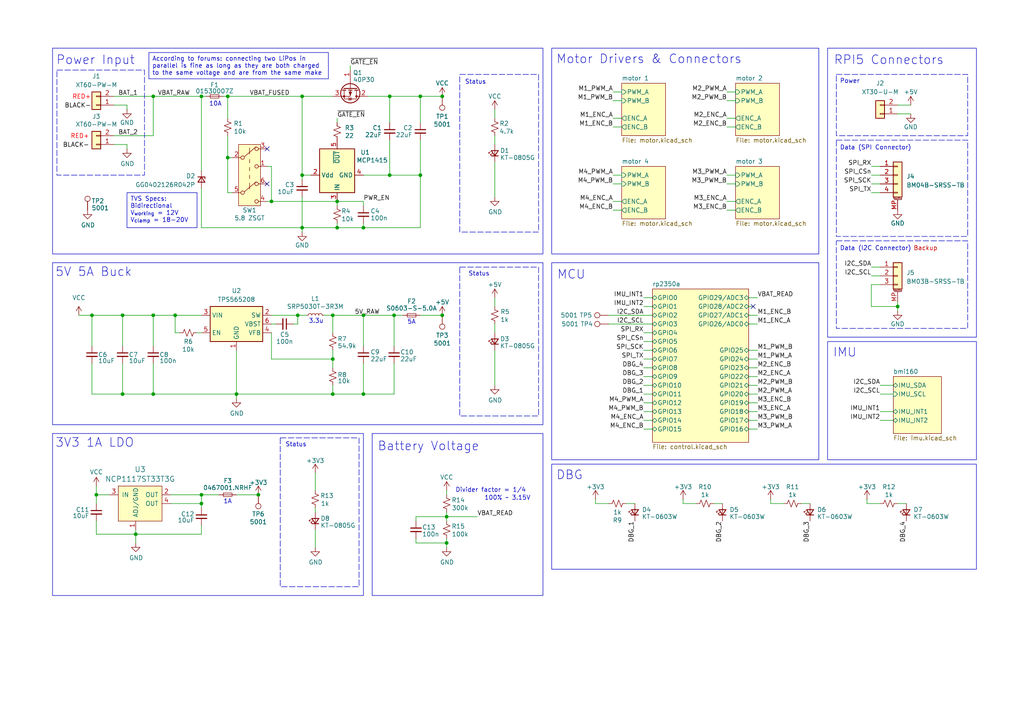
<source format=kicad_sch>
(kicad_sch (version 20231120) (generator "eeschema") (generator_version "8.0")
  (paper "A4")
  (title_block (date "15 nov 2012"))
  (junction (at 105.41 91.44))
  (junction (at 35.56 91.44))
  (junction (at 121.92 50.8))
  (junction (at 50.8 91.44))
  (junction (at 39.37 154.94))
  (junction (at 97.79 66.04))
  (junction (at 128.27 27.94))
  (junction (at 35.56 114.3))
  (junction (at 58.42 27.94))
  (junction (at 66.04 27.94))
  (junction (at 105.41 114.3))
  (junction (at 44.45 114.3))
  (junction (at 121.92 27.94))
  (junction (at 74.93 143.51))
  (junction (at 68.58 114.3))
  (junction (at 44.45 91.44))
  (junction (at 129.54 149.86))
  (junction (at 260.35 88.9))
  (junction (at 58.42 146.05))
  (junction (at 87.63 50.8))
  (junction (at 113.03 27.94))
  (junction (at 96.52 104.14))
  (junction (at 78.74 58.42))
  (junction (at 114.3 91.44))
  (junction (at 58.42 143.51))
  (junction (at 129.54 157.48))
  (junction (at 27.94 143.51))
  (junction (at 66.04 45.72))
  (junction (at 128.27 91.44))
  (junction (at 96.52 114.3))
  (junction (at 26.67 91.44))
  (junction (at 105.41 66.04))
  (junction (at 87.63 66.04))
  (junction (at 96.52 91.44))
  (junction (at 44.45 27.94))
  (junction (at 86.36 91.44))
  (junction (at 113.03 50.8))
  (junction (at 87.63 27.94))
  (junction (at 97.79 58.42))
  (no_connect (at 77.47 53.34))
  (no_connect (at 77.47 43.18))
  (no_connect (at 218.44 88.9))
  (wire (pts (xy 68.58 143.51) (xy 74.93 143.51)))
  (wire (pts (xy 186.69 104.14) (xy 189.23 104.14)))
  (wire (pts (xy 87.63 50.8) (xy 87.63 52.07)))
  (wire (pts (xy 36.83 31.75) (xy 36.83 30.48)))
  (wire (pts (xy 252.73 82.55) (xy 252.73 88.9)))
  (wire (pts (xy 186.69 116.84) (xy 189.23 116.84)))
  (wire (pts (xy 255.27 114.3) (xy 259.08 114.3)))
  (wire (pts (xy 217.17 93.98) (xy 219.71 93.98)))
  (wire (pts (xy 186.69 86.36) (xy 189.23 86.36)))
  (wire (pts (xy 36.83 30.48) (xy 33.02 30.48)))
  (wire (pts (xy 176.53 93.98) (xy 189.23 93.98)))
  (wire (pts (xy 255.27 119.38) (xy 259.08 119.38)))
  (wire (pts (xy 27.94 140.97) (xy 27.94 143.51)))
  (wire (pts (xy 39.37 154.94) (xy 39.37 157.48)))
  (wire (pts (xy 217.17 104.14) (xy 219.71 104.14)))
  (wire (pts (xy 58.42 143.51) (xy 63.5 143.51)))
  (wire (pts (xy 58.42 146.05) (xy 58.42 147.32)))
  (wire (pts (xy 252.73 82.55) (xy 255.27 82.55)))
  (wire (pts (xy 58.42 152.4) (xy 58.42 154.94)))
  (wire (pts (xy 67.31 45.72) (xy 66.04 45.72)))
  (wire (pts (xy 113.03 40.64) (xy 113.03 50.8)))
  (wire (pts (xy 78.74 104.14) (xy 78.74 96.52)))
  (wire (pts (xy 252.73 77.47) (xy 255.27 77.47)))
  (wire (pts (xy 78.74 91.44) (xy 86.36 91.44)))
  (wire (pts (xy 177.8 60.96) (xy 180.34 60.96)))
  (wire (pts (xy 186.69 111.76) (xy 189.23 111.76)))
  (wire (pts (xy 39.37 154.94) (xy 39.37 153.67)))
  (wire (pts (xy 105.41 91.44) (xy 114.3 91.44)))
  (wire (pts (xy 105.41 50.8) (xy 113.03 50.8)))
  (wire (pts (xy 93.98 91.44) (xy 96.52 91.44)))
  (wire (pts (xy 186.69 88.9) (xy 189.23 88.9)))
  (wire (pts (xy 129.54 157.48) (xy 129.54 158.75)))
  (wire (pts (xy 27.94 154.94) (xy 27.94 151.13)))
  (wire (pts (xy 252.73 55.88) (xy 255.27 55.88)))
  (wire (pts (xy 97.79 34.29) (xy 97.79 35.56)))
  (wire (pts (xy 87.63 66.04) (xy 87.63 67.31)))
  (wire (pts (xy 210.82 34.29) (xy 213.36 34.29)))
  (wire (pts (xy 58.42 54.61) (xy 58.42 66.04)))
  (wire (pts (xy 186.69 106.68) (xy 189.23 106.68)))
  (wire (pts (xy 90.17 50.8) (xy 87.63 50.8)))
  (wire (pts (xy 35.56 91.44) (xy 44.45 91.44)))
  (wire (pts (xy 252.73 80.01) (xy 255.27 80.01)))
  (wire (pts (xy 44.45 105.41) (xy 44.45 114.3)))
  (wire (pts (xy 26.67 105.41) (xy 26.67 114.3)))
  (wire (pts (xy 217.17 111.76) (xy 219.71 111.76)))
  (wire (pts (xy 143.51 31.75) (xy 143.51 34.29)))
  (wire (pts (xy 120.65 149.86) (xy 129.54 149.86)))
  (wire (pts (xy 86.36 91.44) (xy 88.9 91.44)))
  (wire (pts (xy 172.72 146.05) (xy 176.53 146.05)))
  (wire (pts (xy 210.82 36.83) (xy 213.36 36.83)))
  (wire (pts (xy 58.42 27.94) (xy 59.69 27.94)))
  (wire (pts (xy 87.63 27.94) (xy 96.52 27.94)))
  (wire (pts (xy 113.03 27.94) (xy 113.03 35.56)))
  (wire (pts (xy 78.74 104.14) (xy 96.52 104.14)))
  (wire (pts (xy 96.52 111.76) (xy 96.52 114.3)))
  (wire (pts (xy 27.94 143.51) (xy 31.75 143.51)))
  (wire (pts (xy 49.53 143.51) (xy 58.42 143.51)))
  (wire (pts (xy 120.65 157.48) (xy 129.54 157.48)))
  (wire (pts (xy 96.52 91.44) (xy 96.52 96.52)))
  (wire (pts (xy 217.17 106.68) (xy 219.71 106.68)))
  (wire (pts (xy 260.35 146.05) (xy 262.89 146.05)))
  (wire (pts (xy 78.74 48.26) (xy 78.74 58.42)))
  (wire (pts (xy 113.03 27.94) (xy 121.92 27.94)))
  (wire (pts (xy 121.92 40.64) (xy 121.92 50.8)))
  (wire (pts (xy 22.86 91.44) (xy 26.67 91.44)))
  (wire (pts (xy 68.58 114.3) (xy 96.52 114.3)))
  (wire (pts (xy 207.01 146.05) (xy 209.55 146.05)))
  (wire (pts (xy 121.92 91.44) (xy 128.27 91.44)))
  (wire (pts (xy 210.82 50.8) (xy 213.36 50.8)))
  (wire (pts (xy 35.56 114.3) (xy 44.45 114.3)))
  (wire (pts (xy 177.8 29.21) (xy 180.34 29.21)))
  (wire (pts (xy 260.35 90.17) (xy 260.35 88.9)))
  (wire (pts (xy 217.17 116.84) (xy 219.71 116.84)))
  (wire (pts (xy 223.52 146.05) (xy 223.52 144.78)))
  (wire (pts (xy 177.8 58.42) (xy 180.34 58.42)))
  (wire (pts (xy 87.63 66.04) (xy 97.79 66.04)))
  (wire (pts (xy 210.82 58.42) (xy 213.36 58.42)))
  (wire (pts (xy 114.3 114.3) (xy 105.41 114.3)))
  (wire (pts (xy 121.92 27.94) (xy 121.92 35.56)))
  (wire (pts (xy 106.68 27.94) (xy 113.03 27.94)))
  (wire (pts (xy 44.45 114.3) (xy 68.58 114.3)))
  (wire (pts (xy 27.94 146.05) (xy 27.94 143.51)))
  (wire (pts (xy 36.83 41.91) (xy 36.83 43.18)))
  (wire (pts (xy 114.3 91.44) (xy 114.3 100.33)))
  (wire (pts (xy 177.8 36.83) (xy 180.34 36.83)))
  (wire (pts (xy 57.15 96.52) (xy 58.42 96.52)))
  (wire (pts (xy 101.6 19.05) (xy 101.6 20.32)))
  (wire (pts (xy 105.41 105.41) (xy 105.41 114.3)))
  (wire (pts (xy 68.58 114.3) (xy 68.58 101.6)))
  (wire (pts (xy 66.04 27.94) (xy 66.04 34.29)))
  (wire (pts (xy 120.65 156.21) (xy 120.65 157.48)))
  (wire (pts (xy 129.54 149.86) (xy 129.54 151.13)))
  (wire (pts (xy 66.04 27.94) (xy 87.63 27.94)))
  (wire (pts (xy 44.45 91.44) (xy 50.8 91.44)))
  (wire (pts (xy 217.17 86.36) (xy 219.71 86.36)))
  (wire (pts (xy 186.69 96.52) (xy 189.23 96.52)))
  (wire (pts (xy 26.67 100.33) (xy 26.67 91.44)))
  (wire (pts (xy 210.82 60.96) (xy 213.36 60.96)))
  (wire (pts (xy 232.41 146.05) (xy 234.95 146.05)))
  (wire (pts (xy 186.69 109.22) (xy 189.23 109.22)))
  (wire (pts (xy 217.17 101.6) (xy 219.71 101.6)))
  (wire (pts (xy 186.69 124.46) (xy 189.23 124.46)))
  (wire (pts (xy 252.73 50.8) (xy 255.27 50.8)))
  (wire (pts (xy 64.77 27.94) (xy 66.04 27.94)))
  (wire (pts (xy 260.35 88.9) (xy 260.35 87.63)))
  (wire (pts (xy 33.02 39.37) (xy 44.45 39.37)))
  (wire (pts (xy 255.27 121.92) (xy 259.08 121.92)))
  (wire (pts (xy 120.65 149.86) (xy 120.65 151.13)))
  (wire (pts (xy 129.54 149.86) (xy 138.43 149.86)))
  (wire (pts (xy 121.92 50.8) (xy 121.92 66.04)))
  (wire (pts (xy 217.17 109.22) (xy 219.71 109.22)))
  (wire (pts (xy 86.36 91.44) (xy 86.36 93.98)))
  (wire (pts (xy 143.51 39.37) (xy 143.51 41.91)))
  (wire (pts (xy 97.79 66.04) (xy 105.41 66.04)))
  (wire (pts (xy 97.79 64.77) (xy 97.79 66.04)))
  (wire (pts (xy 105.41 58.42) (xy 105.41 59.69)))
  (wire (pts (xy 217.17 124.46) (xy 219.71 124.46)))
  (wire (pts (xy 129.54 148.59) (xy 129.54 149.86)))
  (wire (pts (xy 91.44 153.67) (xy 91.44 158.75)))
  (wire (pts (xy 121.92 27.94) (xy 128.27 27.94)))
  (wire (pts (xy 198.12 144.78) (xy 198.12 146.05)))
  (wire (pts (xy 36.83 41.91) (xy 33.02 41.91)))
  (wire (pts (xy 27.94 154.94) (xy 39.37 154.94)))
  (wire (pts (xy 105.41 100.33) (xy 105.41 91.44)))
  (wire (pts (xy 129.54 156.21) (xy 129.54 157.48)))
  (wire (pts (xy 129.54 142.24) (xy 129.54 143.51)))
  (wire (pts (xy 26.67 114.3) (xy 35.56 114.3)))
  (wire (pts (xy 35.56 100.33) (xy 35.56 91.44)))
  (wire (pts (xy 105.41 64.77) (xy 105.41 66.04)))
  (wire (pts (xy 210.82 53.34) (xy 213.36 53.34)))
  (wire (pts (xy 255.27 111.76) (xy 259.08 111.76)))
  (wire (pts (xy 58.42 143.51) (xy 58.42 146.05)))
  (wire (pts (xy 217.17 119.38) (xy 219.71 119.38)))
  (wire (pts (xy 66.04 45.72) (xy 66.04 55.88)))
  (wire (pts (xy 186.69 114.3) (xy 189.23 114.3)))
  (wire (pts (xy 217.17 88.9) (xy 218.44 88.9)))
  (wire (pts (xy 97.79 58.42) (xy 105.41 58.42)))
  (wire (pts (xy 260.35 30.48) (xy 264.16 30.48)))
  (wire (pts (xy 105.41 66.04) (xy 121.92 66.04)))
  (wire (pts (xy 66.04 39.37) (xy 66.04 45.72)))
  (wire (pts (xy 177.8 50.8) (xy 180.34 50.8)))
  (wire (pts (xy 176.53 91.44) (xy 189.23 91.44)))
  (wire (pts (xy 58.42 154.94) (xy 39.37 154.94)))
  (wire (pts (xy 186.69 101.6) (xy 189.23 101.6)))
  (wire (pts (xy 96.52 104.14) (xy 96.52 106.68)))
  (wire (pts (xy 33.02 27.94) (xy 44.45 27.94)))
  (wire (pts (xy 77.47 58.42) (xy 78.74 58.42)))
  (wire (pts (xy 252.73 53.34) (xy 255.27 53.34)))
  (wire (pts (xy 97.79 59.69) (xy 97.79 58.42)))
  (wire (pts (xy 50.8 91.44) (xy 58.42 91.44)))
  (wire (pts (xy 177.8 53.34) (xy 180.34 53.34)))
  (wire (pts (xy 177.8 34.29) (xy 180.34 34.29)))
  (wire (pts (xy 252.73 48.26) (xy 255.27 48.26)))
  (wire (pts (xy 210.82 26.67) (xy 213.36 26.67)))
  (wire (pts (xy 210.82 29.21) (xy 213.36 29.21)))
  (wire (pts (xy 217.17 121.92) (xy 219.71 121.92)))
  (wire (pts (xy 44.45 39.37) (xy 44.45 27.94)))
  (wire (pts (xy 260.35 33.02) (xy 264.16 33.02)))
  (wire (pts (xy 223.52 146.05) (xy 227.33 146.05)))
  (wire (pts (xy 177.8 26.67) (xy 180.34 26.67)))
  (wire (pts (xy 87.63 50.8) (xy 87.63 27.94)))
  (wire (pts (xy 217.17 91.44) (xy 219.71 91.44)))
  (wire (pts (xy 77.47 48.26) (xy 78.74 48.26)))
  (wire (pts (xy 113.03 50.8) (xy 121.92 50.8)))
  (wire (pts (xy 116.84 91.44) (xy 114.3 91.44)))
  (wire (pts (xy 143.51 101.6) (xy 143.51 111.76)))
  (wire (pts (xy 78.74 93.98) (xy 80.01 93.98)))
  (wire (pts (xy 251.46 146.05) (xy 255.27 146.05)))
  (wire (pts (xy 186.69 99.06) (xy 189.23 99.06)))
  (wire (pts (xy 198.12 146.05) (xy 201.93 146.05)))
  (wire (pts (xy 50.8 96.52) (xy 50.8 91.44)))
  (wire (pts (xy 91.44 147.32) (xy 91.44 148.59)))
  (wire (pts (xy 44.45 100.33) (xy 44.45 91.44)))
  (wire (pts (xy 181.61 146.05) (xy 184.15 146.05)))
  (wire (pts (xy 143.51 46.99) (xy 143.51 57.15)))
  (wire (pts (xy 78.74 58.42) (xy 97.79 58.42)))
  (wire (pts (xy 172.72 146.05) (xy 172.72 144.78)))
  (wire (pts (xy 35.56 105.41) (xy 35.56 114.3)))
  (wire (pts (xy 49.53 146.05) (xy 58.42 146.05)))
  (wire (pts (xy 91.44 137.16) (xy 91.44 142.24)))
  (wire (pts (xy 58.42 27.94) (xy 58.42 49.53)))
  (wire (pts (xy 143.51 86.36) (xy 143.51 88.9)))
  (wire (pts (xy 96.52 91.44) (xy 105.41 91.44)))
  (wire (pts (xy 252.73 88.9) (xy 260.35 88.9)))
  (wire (pts (xy 86.36 93.98) (xy 85.09 93.98)))
  (wire (pts (xy 96.52 114.3) (xy 105.41 114.3)))
  (wire (pts (xy 87.63 57.15) (xy 87.63 66.04)))
  (wire (pts (xy 143.51 93.98) (xy 143.51 96.52)))
  (wire (pts (xy 186.69 119.38) (xy 189.23 119.38)))
  (wire (pts (xy 58.42 66.04) (xy 87.63 66.04)))
  (wire (pts (xy 26.67 91.44) (xy 35.56 91.44)))
  (wire (pts (xy 114.3 105.41) (xy 114.3 114.3)))
  (wire (pts (xy 96.52 101.6) (xy 96.52 104.14)))
  (wire (pts (xy 251.46 146.05) (xy 251.46 144.78)))
  (wire (pts (xy 186.69 121.92) (xy 189.23 121.92)))
  (wire (pts (xy 68.58 115.57) (xy 68.58 114.3)))
  (wire (pts (xy 44.45 27.94) (xy 58.42 27.94)))
  (wire (pts (xy 52.07 96.52) (xy 50.8 96.52)))
  (wire (pts (xy 66.04 55.88) (xy 67.31 55.88)))
  (wire (pts (xy 217.17 114.3) (xy 219.71 114.3)))
  (rectangle (start 15.24 125.73) (end 105.41 172.72))
  (rectangle (start 242.57 21.59) (end 280.67 39.37) (stroke (width 0) (type dash)))
  (rectangle (start 133.35 77.47) (end 156.21 120.65) (stroke (width 0) (type dash)))
  (rectangle (start 15.24 76.2) (end 157.48 123.19))
  (rectangle (start 15.24 13.97) (end 157.48 73.66))
  (rectangle (start 160.02 76.2) (end 237.49 133.35))
  (rectangle (start 81.28 127) (end 104.14 170.18) (stroke (width 0) (type dash)))
  (rectangle (start 240.03 99.06) (end 283.21 133.35))
  (rectangle (start 242.57 69.85) (end 280.67 95.25) (stroke (width 0) (type dash)))
  (rectangle (start 160.02 13.97) (end 237.49 73.66))
  (rectangle (start 107.95 125.73) (end 157.48 172.72))
  (rectangle (start 133.35 21.59) (end 156.21 67.31) (stroke (width 0) (type dash)))
  (rectangle (start 242.57 40.64) (end 280.67 68.58) (stroke (width 0) (type dash)))
  (rectangle (start 240.03 13.97) (end 283.21 97.79))
  (rectangle (start 160.02 134.62) (end 283.21 165.1))
  (rectangle (start 16.51 20.32) (end 41.91 50.8) (stroke (width 0) (type dash)))
  (text_box "According to forums: connecting two LiPos in parallel is fine as long as they are both charged to the same voltage and are from the same make" (at 43.18 15.24 0) (size 52.07 7.62) (effects (font (size 1.27 1.27)) (justify left top)))
  (text_box "TVS Specs:\nBidirectional\nV_{working} = 12V\nV_{clamp} = 18-20V" (at 36.83 55.88 0) (size 20.32 10.16) (effects (font (size 1.27 1.27)) (justify left top)))
  (text "RPI5 Connectors" (at 241.808 17.526 0) (effects (font (size 2.54 2.54)) (justify left)))
  (text "IMU" (at 241.554 102.362 0) (effects (font (size 2.54 2.54)) (justify left)))
  (text "Status" (at 137.922 23.876 0) (effects (font (size 1.27 1.27))))
  (text "MCU" (at 161.544 79.756 0) (effects (font (size 2.54 2.54)) (justify left)))
  (text "Status" (at 85.852 129.032 0) (effects (font (size 1.27 1.27))))
  (text "Data (SPI Connector)" (at 243.586 42.926 0) (effects (font (size 1.27 1.27)) (justify left)))
  (text "5V 5A Buck" (at 16.002 78.994 0) (effects (font (size 2.54 2.54)) (justify left)))
  (text "BLACK-" (at 25.908 42.164 0) (effects (font (size 1.27 1.27)) (justify right)))
  (text "Divider factor = 1/4" (at 132.08 142.24 0) (effects (font (size 1.27 1.27)) (justify left)))
  (text "100% ~ 3.15V" (at 140.462 144.526 0) (effects (font (size 1.27 1.27)) (justify left)))
  (text "Status" (at 138.938 79.502 0) (effects (font (size 1.27 1.27))))
  (text "Power" (at 243.586 23.622 0) (effects (font (size 1.27 1.27)) (justify left)))
  (text "Data (I2C Connector)" (at 243.586 72.136 0) (effects (font (size 1.27 1.27)) (justify left)))
  (text "Battery Voltage" (at 109.474 129.54 0) (effects (font (size 2.54 2.54)) (justify left)))
  (text "1A" (at 66.04 145.542 0) (effects (font (size 1.27 1.27))))
  (text "Motor Drivers & Connectors" (at 161.29 17.272 0) (effects (font (size 2.54 2.54)) (justify left)))
  (text "Power Input" (at 16.256 17.526 0) (effects (font (size 2.54 2.54)) (justify left)))
  (text "DBG" (at 161.29 137.922 0) (effects (font (size 2.54 2.54)) (justify left)))
  (text "3V3 1A LDO" (at 16.002 128.524 0) (effects (font (size 2.54 2.54)) (justify left)))
  (text "10A" (at 62.484 30.226 0) (effects (font (size 1.27 1.27))))
  (text "BLACK-" (at 26.416 30.734 0) (effects (font (size 1.27 1.27)) (justify right)))
  (text "5A" (at 119.38 93.472 0) (effects (font (size 1.27 1.27))))
  (text "RED+" (at 25.908 39.624 0) (effects (font (size 1.27 1.27)) (justify right)))
  (text "Backup" (at 264.922 72.136 0) (effects (font (size 1.27 1.27)) (justify left)))
  (text "3.3u" (at 91.694 93.218 0) (effects (font (size 1.27 1.27))))
  (text "RED+" (at 26.416 28.194 0) (effects (font (size 1.27 1.27)) (justify right)))
  (label "M2_ENC_B" (at 210.82 36.83 180))
  (label "DBG_1" (at 184.15 151.13 270))
  (label "M3_PWM_B" (at 219.71 121.92 0))
  (label "DBG_1" (at 186.69 114.3 180))
  (label "M3_PWM_B" (at 210.82 53.34 180))
  (label "SPI_RX" (at 186.69 96.52 180))
  (label "M3_PWM_A" (at 210.82 50.8 180))
  (label "I2C_SCL" (at 186.69 93.98 180))
  (label "SPI_SCK" (at 186.69 101.6 180))
  (label "M2_PWM_B" (at 219.71 111.76 0))
  (label "~{GATE_EN}" (at 101.6 19.05 0))
  (label "SPI_RX" (at 252.73 48.26 180))
  (label "IMU_INT2" (at 186.69 88.9 180))
  (label "M1_PWM_A" (at 219.71 104.14 0))
  (label "M4_PWM_B" (at 177.8 53.34 180))
  (label "M3_PWM_A" (at 219.71 124.46 0))
  (label "SPI_TX" (at 186.69 104.14 180))
  (label "DBG_3" (at 186.69 109.22 180))
  (label "BAT_1" (at 34.29 27.94 0))
  (label "M2_PWM_A" (at 219.71 114.3 0))
  (label "M4_ENC_B" (at 177.8 60.96 180))
  (label "PWR_EN" (at 105.41 58.42 0))
  (label "M1_PWM_B" (at 219.71 101.6 0))
  (label "DBG_2" (at 186.69 111.76 180))
  (label "IMU_INT1" (at 186.69 86.36 180))
  (label "SPI_SCK" (at 252.73 53.34 180))
  (label "VBAT_FUSED" (at 72.39 27.94 0))
  (label "M2_PWM_B" (at 210.82 29.21 180))
  (label "M2_ENC_A" (at 210.82 34.29 180))
  (label "~{GATE_EN}" (at 97.79 34.29 0))
  (label "M3_ENC_A" (at 219.71 119.38 0))
  (label "M1_ENC_B" (at 219.71 91.44 0))
  (label "M4_PWM_A" (at 177.8 50.8 180))
  (label "VBAT_READ" (at 138.43 149.86 0))
  (label "VBAT_READ" (at 219.71 86.36 0))
  (label "M4_PWM_B" (at 186.69 119.38 180))
  (label "I2C_SCL" (at 252.73 80.01 180))
  (label "M1_ENC_A" (at 219.71 93.98 0))
  (label "I2C_SCL" (at 255.27 114.3 180))
  (label "M2_ENC_B" (at 219.71 106.68 0))
  (label "SPI_TX" (at 252.73 55.88 180))
  (label "IMU_INT2" (at 255.27 121.92 180))
  (label "VBAT_RAW" (at 45.72 27.94 0))
  (label "M4_PWM_A" (at 186.69 116.84 180))
  (label "M4_ENC_A" (at 177.8 58.42 180))
  (label "DBG_4" (at 186.69 106.68 180))
  (label "BAT_2" (at 34.29 39.37 0))
  (label "DBG_4" (at 262.89 151.13 270))
  (label "M1_ENC_B" (at 177.8 36.83 180))
  (label "I2C_SDA" (at 252.73 77.47 180))
  (label "SPI_CSn" (at 252.73 50.8 180))
  (label "M2_PWM_A" (at 210.82 26.67 180))
  (label "M1_ENC_A" (at 177.8 34.29 180))
  (label "M4_ENC_A" (at 186.69 121.92 180))
  (label "DBG_3" (at 234.95 151.13 270))
  (label "5V_RAW" (at 102.87 91.44 0))
  (label "IMU_INT1" (at 255.27 119.38 180))
  (label "M2_ENC_A" (at 219.71 109.22 0))
  (label "M3_ENC_B" (at 210.82 60.96 180))
  (label "M3_ENC_A" (at 210.82 58.42 180))
  (label "M3_ENC_B" (at 219.71 116.84 0))
  (label "I2C_SDA" (at 255.27 111.76 180))
  (label "M1_PWM_A" (at 177.8 26.67 180))
  (label "M4_ENC_B" (at 186.69 124.46 180))
  (label "DBG_2" (at 209.55 151.13 270))
  (label "M1_PWM_B" (at 177.8 29.21 180))
  (label "I2C_SDA" (at 186.69 91.44 180))
  (label "SPI_CSn" (at 186.69 99.06 180))
  (symbol (lib_id "Connector_Generic_MountingPin:Conn_01x03_MountingPin") (at 260.35 80.01 0) (unit 1)
    (property "Reference" "J5" (at 262.89 79.0955 0) (effects (justify left)))
    (property "Value" "BM03B-SRSS-TB" (at 262.89 81.6355 0) (effects (justify left)))
    (property "Footprint" "Connector_JST:JST_SH_BM03B-SRSS-TB_1x03-1MP_P1.00mm_Vertical" (effects (hide yes)))
    (property "Description" "Generic connectable mounting pin connector, single row, 01x03, script generated (kicad-library-utils/schlib/autogen/connector/)" (effects (hide yes)))
  )
  (symbol (lib_id "Connector:TestPoint") (at 128.27 27.94 180) (unit 1)
    (property "Reference" "TP1" (at 128.27 33.782 0))
    (property "Value" "5001" (at 128.27 36.068 0))
    (property "Footprint" "TestPoint:TestPoint_Keystone_5000-5004_Miniature" (effects (hide yes)))
    (property "Description" "test point" (effects (hide yes)))
  )
  (symbol (lib_id "Device:R_Small_US") (at 229.87 146.05 270) (unit 1)
    (property "Reference" "R11" (at 229.87 141.224 90))
    (property "Value" "1k" (at 229.87 143.51 90))
    (property "Footprint" "Resistor_SMD:R_0402_1005Metric" (effects (hide yes)))
    (property "Description" "Resistor, small US symbol" (effects (hide yes)))
  )
  (symbol (lib_id "Driver_FET:MCP1415") (at 97.79 50.8 90) (unit 1)
    (property "Reference" "U1" (at 105.918 44.196 90))
    (property "Value" "MCP1415" (at 107.95 46.482 90))
    (property "Footprint" "Package_TO_SOT_SMD:SOT-23-5" (effects (hide yes)))
    (property "Datasheet" "http://ww1.microchip.com/downloads/en/DeviceDoc/20002092F.pdf" (effects (hide yes)))
    (property "Description" "1.5A High speed power MOSFET driver with inverting output, SOT-23-5" (effects (hide yes)))
  )
  (symbol (lib_id "power:VCC") (at 128.27 27.94 0) (unit 1)
    (property "Reference" "#PWR01" (effects (hide yes)))
    (property "Value" "VCC" (at 128.27 24.13 0))
    (property "Description" "Power symbol creates a global label with name \"VCC\"" (effects (hide yes)))
  )
  (symbol (lib_id "Device:C_Small") (at 58.42 149.86 0) (unit 1)
    (property "Reference" "C12" (at 56.388 149.098 0) (effects (justify right)))
    (property "Value" "10uF" (at 56.388 150.876 0) (effects (justify right)))
    (property "Footprint" "Capacitor_SMD:C_0603_1608Metric" (effects (hide yes)))
    (property "Description" "Unpolarized capacitor, small symbol" (effects (hide yes)))
  )
  (symbol (lib_id "Device:Fuse_Small") (at 66.04 143.51 0) (unit 1)
    (property "Reference" "F3" (at 66.04 139.446 0))
    (property "Value" "0467001.NRHF" (at 66.04 141.478 0))
    (property "Footprint" "Fuse:Fuse_0603_1608Metric" (effects (hide yes)))
    (property "Description" "Fuse, small symbol" (effects (hide yes)))
    (property "MPN" "F0603SB5000V032TM" (effects (hide yes)))
  )
  (symbol (lib_id "Device:C_Small") (at 35.56 102.87 0) (unit 1)
    (property "Reference" "C7" (at 37.338 102.87 0) (effects (justify left)))
    (property "Value" "10uF" (at 37.338 104.648 0) (effects (justify left)))
    (property "Footprint" "Capacitor_SMD:C_0603_1608Metric" (effects (hide yes)))
    (property "Description" "Unpolarized capacitor, small symbol" (effects (hide yes)))
  )
  (symbol (lib_id "Connector:TestPoint") (at 25.4 60.96 0) (unit 1)
    (property "Reference" "TP2" (at 26.543 58.293 0) (effects (justify left)))
    (property "Value" "5001" (at 26.543 60.325 0) (effects (justify left)))
    (property "Footprint" "TestPoint:TestPoint_Keystone_5000-5004_Miniature" (effects (hide yes)))
    (property "Description" "test point" (effects (hide yes)))
  )
  (symbol (lib_id "power:+3V3") (at 91.44 137.16 0) (unit 1)
    (property "Reference" "#PWR017" (effects (hide yes)))
    (property "Value" "+3V3" (at 91.44 133.604 0))
    (property "Description" "Power symbol creates a global label with name \"+3V3\"" (effects (hide yes)))
  )
  (symbol (lib_id "Device:C_Small") (at 27.94 148.59 0) (unit 1)
    (property "Reference" "C11" (at 25.908 147.828 0) (effects (justify right)))
    (property "Value" "10uF" (at 25.908 149.606 0) (effects (justify right)))
    (property "Footprint" "Capacitor_SMD:C_0603_1608Metric" (effects (hide yes)))
    (property "Description" "Unpolarized capacitor, small symbol" (effects (hide yes)))
  )
  (symbol (lib_id "Connector:TestPoint") (at 128.27 91.44 180) (unit 1)
    (property "Reference" "TP3" (at 128.27 97.282 0))
    (property "Value" "5001" (at 128.27 99.568 0))
    (property "Footprint" "TestPoint:TestPoint_Keystone_5000-5004_Miniature" (effects (hide yes)))
    (property "Description" "test point" (effects (hide yes)))
  )
  (symbol (lib_id "power:+3V3") (at 198.12 144.78 0) (unit 1)
    (property "Reference" "#PWR021" (effects (hide yes)))
    (property "Value" "+3V3" (at 198.12 141.224 0))
    (property "Description" "Power symbol creates a global label with name \"+3V3\"" (effects (hide yes)))
  )
  (symbol (lib_id "Device:C_Small") (at 26.67 102.87 0) (unit 1)
    (property "Reference" "C6" (at 28.448 102.87 0) (effects (justify left)))
    (property "Value" "10uF" (at 28.448 104.648 0) (effects (justify left)))
    (property "Footprint" "Capacitor_SMD:C_0603_1608Metric" (effects (hide yes)))
    (property "Description" "Unpolarized capacitor, small symbol" (effects (hide yes)))
  )
  (symbol (lib_id "Device:R_Small_US") (at 257.81 146.05 270) (unit 1)
    (property "Reference" "R12" (at 257.81 141.224 90))
    (property "Value" "1k" (at 257.81 143.51 90))
    (property "Footprint" "Resistor_SMD:R_0402_1005Metric" (effects (hide yes)))
    (property "Description" "Resistor, small US symbol" (effects (hide yes)))
  )
  (symbol (lib_id "power:GND") (at 143.51 57.15 0) (unit 1)
    (property "Reference" "#PWR07" (effects (hide yes)))
    (property "Value" "GND" (at 143.6243 61.4744 0))
  )
  (symbol (lib_id "Device:C_Small") (at 87.63 54.61 0) (unit 1)
    (property "Reference" "C3" (at 85.344 53.594 0) (effects (justify right)))
    (property "Value" "10uF" (at 85.344 55.626 0) (effects (justify right)))
    (property "Footprint" "Capacitor_SMD:C_0603_1608Metric" (effects (hide yes)))
    (property "Description" "Unpolarized capacitor, small symbol" (effects (hide yes)))
  )
  (symbol (lib_id "Device:C_Small") (at 105.41 62.23 0) (unit 1)
    (property "Reference" "C4" (at 107.442 61.214 0) (effects (justify left)))
    (property "Value" "100n" (at 107.442 63.246 0) (effects (justify left)))
    (property "Footprint" "Capacitor_SMD:C_0402_1005Metric" (effects (hide yes)))
    (property "Description" "Unpolarized capacitor, small symbol" (effects (hide yes)))
  )
  (symbol (lib_id "Device:Fuse_Small") (at 62.23 27.94 0) (unit 1)
    (property "Reference" "F1" (at 62.23 24.638 0))
    (property "Value" "01530007Z" (at 62.23 26.416 0))
    (property "Footprint" "lilG_footprints:LittleFuse_01530007Z" (effects (hide yes)))
    (property "Description" "Fuse, small symbol" (effects (hide yes)))
  )
  (symbol (lib_id "Connector:TestPoint") (at 176.53 91.44 90) (unit 1)
    (property "Reference" "TP5" (at 169.926 91.44 90))
    (property "Value" "5001" (at 165.1 91.44 90))
    (property "Footprint" "TestPoint:TestPoint_Keystone_5000-5004_Miniature" (effects (hide yes)))
    (property "Description" "test point" (effects (hide yes)))
  )
  (symbol (lib_id "Device:D_Zener_Small") (at 58.42 52.07 270) (unit 1)
    (property "Reference" "D2" (at 56.642 51.054 90) (effects (justify right)))
    (property "Value" "GG0402126R042P" (at 56.642 53.594 90) (effects (justify right)))
    (property "Footprint" "Diode_SMD:D_0402_1005Metric" (effects (hide yes)))
    (property "Description" "Zener diode, small symbol" (effects (hide yes)))
  )
  (symbol (lib_id "Device:C_Small") (at 105.41 102.87 0) (unit 1)
    (property "Reference" "C9" (at 107.442 102.108 0) (effects (justify left)))
    (property "Value" "22uF" (at 107.442 104.14 0) (effects (justify left)))
    (property "Footprint" "Capacitor_SMD:C_0805_2012Metric" (effects (hide yes)))
    (property "Description" "Unpolarized capacitor, small symbol" (effects (hide yes)))
  )
  (symbol (lib_id "Device:R_Small_US") (at 143.51 91.44 180) (unit 1)
    (property "Reference" "R5" (at 147.828 90.424 0) (effects (justify left)))
    (property "Value" "1k" (at 147.574 92.71 0) (effects (justify left)))
    (property "Footprint" "Resistor_SMD:R_0402_1005Metric" (effects (hide yes)))
    (property "Description" "Resistor, small US symbol" (effects (hide yes)))
  )
  (symbol (lib_id "power:+5V") (at 143.51 86.36 0) (unit 1)
    (property "Reference" "#PWR011" (effects (hide yes)))
    (property "Value" "+5V" (at 143.51 82.55 0))
  )
  (symbol (lib_id "Device:R_Small_US") (at 66.04 36.83 0) (unit 1)
    (property "Reference" "R1" (at 69.088 35.814 0))
    (property "Value" "10k" (at 69.596 38.1 0))
    (property "Footprint" "Resistor_SMD:R_0402_1005Metric" (effects (hide yes)))
    (property "Description" "Resistor, small US symbol" (effects (hide yes)))
  )
  (symbol (lib_id "power:VCC") (at 22.86 91.44 0) (unit 1)
    (property "Reference" "#PWR013" (effects (hide yes)))
    (property "Value" "VCC" (at 22.86 86.36 0))
    (property "Description" "Power symbol creates a global label with name \"VCC\"" (effects (hide yes)))
  )
  (symbol (lib_id "Device:L_Small") (at 91.44 91.44 90) (unit 1)
    (property "Reference" "L1" (at 91.44 86.614 90))
    (property "Value" "SRP5030T-3R3M" (at 91.44 88.9 90))
    (property "Footprint" "Inductor_SMD:L_Bourns_SRP5030T" (effects (hide yes)))
    (property "Description" "Inductor, small symbol" (effects (hide yes)))
    (property "MPN" "SRP5030T-3R3M" (effects (hide yes)))
  )
  (symbol (lib_id "Device:R_Small_US") (at 204.47 146.05 270) (unit 1)
    (property "Reference" "R10" (at 204.47 141.224 90))
    (property "Value" "1k" (at 204.47 143.51 90))
    (property "Footprint" "Resistor_SMD:R_0402_1005Metric" (effects (hide yes)))
    (property "Description" "Resistor, small US symbol" (effects (hide yes)))
  )
  (symbol (lib_id "power:+3V3") (at 251.46 144.78 0) (unit 1)
    (property "Reference" "#PWR023" (effects (hide yes)))
    (property "Value" "+3V3" (at 251.46 141.224 0))
    (property "Description" "Power symbol creates a global label with name \"+3V3\"" (effects (hide yes)))
  )
  (symbol (lib_id "power:GND") (at 264.16 33.02 0) (unit 1)
    (property "Reference" "#PWR05" (effects (hide yes)))
    (property "Value" "GND" (at 264.16 36.83 0))
  )
  (symbol (lib_id "Device:R_Small_US") (at 179.07 146.05 90) (unit 1)
    (property "Reference" "R9" (at 179.07 150.876 90))
    (property "Value" "1k" (at 179.07 148.59 90))
    (property "Footprint" "Resistor_SMD:R_0402_1005Metric" (effects (hide yes)))
    (property "Description" "Resistor, small US symbol" (effects (hide yes)))
  )
  (symbol (lib_id "power:GND") (at 68.58 115.57 0) (unit 1)
    (property "Reference" "#PWR016" (effects (hide yes)))
    (property "Value" "GND" (at 68.6943 119.8944 0))
  )
  (symbol (lib_id "Device:LED_Small") (at 143.51 44.45 90) (unit 1)
    (property "Reference" "D1" (at 145.034 43.688 90) (effects (justify right)))
    (property "Value" "KT-0805G" (at 145.034 45.72 90) (effects (justify right)))
    (property "Footprint" "LED_SMD:LED_0805_2012Metric" (effects (hide yes)))
    (property "Description" "Light emitting diode, small symbol" (effects (hide yes)))
  )
  (symbol (lib_id "Device:R_Small_US") (at 143.51 36.83 180) (unit 1)
    (property "Reference" "R2" (at 147.574 35.814 0) (effects (justify left)))
    (property "Value" "4.7k" (at 149.098 38.1 0) (effects (justify left)))
    (property "Footprint" "Resistor_SMD:R_0402_1005Metric" (effects (hide yes)))
    (property "Description" "Resistor, small US symbol" (effects (hide yes)))
  )
  (symbol (lib_id "power:GND") (at 25.4 60.96 0) (unit 1)
    (property "Reference" "#PWR08" (effects (hide yes)))
    (property "Value" "GND" (at 25.5143 65.2844 0))
  )
  (symbol (lib_id "Device:R_Small_US") (at 97.79 38.1 0) (unit 1)
    (property "Reference" "R3" (at 101.346 37.084 0))
    (property "Value" "22" (at 101.346 39.37 0))
    (property "Footprint" "Resistor_SMD:R_0402_1005Metric" (effects (hide yes)))
    (property "Description" "Resistor, small US symbol" (effects (hide yes)))
  )
  (symbol (lib_id "Device:C_Small") (at 113.03 38.1 0) (unit 1)
    (property "Reference" "C1" (at 110.744 37.084 0) (effects (justify right)))
    (property "Value" "22uF" (at 110.744 39.116 0) (effects (justify right)))
    (property "Footprint" "Capacitor_SMD:C_0805_2012Metric" (effects (hide yes)))
    (property "Description" "Unpolarized capacitor, small symbol" (effects (hide yes)))
  )
  (symbol (lib_id "Device:C_Small") (at 120.65 153.67 0) (unit 1)
    (property "Reference" "C13" (at 122.428 152.908 0) (effects (justify left)))
    (property "Value" "100n" (at 122.428 154.94 0) (effects (justify left)))
    (property "Footprint" "Capacitor_SMD:C_0402_1005Metric" (effects (hide yes)))
    (property "Description" "Unpolarized capacitor, small symbol" (effects (hide yes)))
  )
  (symbol (lib_id "Device:Fuse_Small") (at 119.38 91.44 0) (unit 1)
    (property "Reference" "F2" (at 119.38 87.376 0))
    (property "Value" "S0603-S-5.0A" (at 119.38 89.408 0))
    (property "Footprint" "Fuse:Fuse_0603_1608Metric" (effects (hide yes)))
    (property "Description" "Fuse, small symbol" (effects (hide yes)))
    (property "MPN" "F0603SB5000V032TM" (effects (hide yes)))
  )
  (symbol (lib_id "Device:R_Small_US") (at 91.44 144.78 180) (unit 1)
    (property "Reference" "R13" (at 96.774 143.764 0) (effects (justify left)))
    (property "Value" "1k" (at 95.504 146.05 0) (effects (justify left)))
    (property "Footprint" "Resistor_SMD:R_0402_1005Metric" (effects (hide yes)))
    (property "Description" "Resistor, small US symbol" (effects (hide yes)))
  )
  (symbol (lib_id "power:VCC") (at 143.51 31.75 0) (unit 1)
    (property "Reference" "#PWR04" (effects (hide yes)))
    (property "Value" "VCC" (at 143.51 27.94 0))
    (property "Description" "Power symbol creates a global label with name \"VCC\"" (effects (hide yes)))
  )
  (symbol (lib_id "Device:LED_Small") (at 184.15 148.59 90) (unit 1)
    (property "Reference" "D4" (at 186.182 147.828 90) (effects (justify right)))
    (property "Value" "KT-0603W" (at 186.182 149.86 90) (effects (justify right)))
    (property "Footprint" "LED_SMD:LED_0603_1608Metric" (effects (hide yes)))
    (property "Description" "Light emitting diode, small symbol" (effects (hide yes)))
  )
  (symbol (lib_id "Device:R_Small_US") (at 97.79 62.23 0) (unit 1)
    (property "Reference" "R4" (at 100.33 61.214 0))
    (property "Value" "10k" (at 100.838 63.5 0))
    (property "Footprint" "Resistor_SMD:R_0402_1005Metric" (effects (hide yes)))
    (property "Description" "Resistor, small US symbol" (effects (hide yes)))
  )
  (symbol (lib_id "power:+3V3") (at 172.72 144.78 0) (unit 1)
    (property "Reference" "#PWR020" (effects (hide yes)))
    (property "Value" "+3V3" (at 172.72 141.224 0))
    (property "Description" "Power symbol creates a global label with name \"+3V3\"" (effects (hide yes)))
  )
  (symbol (lib_id "power:GND") (at 36.83 43.18 0) (unit 1)
    (property "Reference" "#PWR06" (effects (hide yes)))
    (property "Value" "GND" (at 36.9443 47.5044 0))
  )
  (symbol (lib_id "Device:C_Small") (at 82.55 93.98 270) (unit 1)
    (property "Reference" "C5" (at 82.55 97.028 90))
    (property "Value" "100n" (at 82.55 99.06 90))
    (property "Footprint" "Capacitor_SMD:C_0402_1005Metric" (effects (hide yes)))
    (property "Description" "Unpolarized capacitor, small symbol" (effects (hide yes)))
  )
  (symbol (lib_id "Device:R_Small_US") (at 129.54 146.05 180) (unit 1)
    (property "Reference" "R14" (at 134.874 145.034 0) (effects (justify left)))
    (property "Value" "300k" (at 135.89 147.32 0) (effects (justify left)))
    (property "Footprint" "Resistor_SMD:R_0603_1608Metric" (effects (hide yes)))
    (property "Description" "Resistor, small US symbol" (effects (hide yes)))
  )
  (symbol (lib_id "Connector_Generic:Conn_01x02") (at 27.94 30.48 180) (unit 1)
    (property "Reference" "J1" (at 27.94 22.098 0))
    (property "Value" "XT60-PW-M" (at 27.94 24.638 0))
    (property "Footprint" "Connector_AMASS:AMASS_XT60PW-M_1x02_P7.20mm_Horizontal" (effects (hide yes)))
    (property "Description" "Generic connector, single row, 01x02, script generated (kicad-library-utils/schlib/autogen/connector/)" (effects (hide yes)))
  )
  (symbol (lib_id "Connector:TestPoint") (at 176.53 93.98 90) (unit 1)
    (property "Reference" "TP4" (at 170.18 93.98 90))
    (property "Value" "5001" (at 165.354 93.98 90))
    (property "Footprint" "TestPoint:TestPoint_Keystone_5000-5004_Miniature" (effects (hide yes)))
    (property "Description" "test point" (effects (hide yes)))
  )
  (symbol (lib_id "Device:LED_Small") (at 262.89 148.59 90) (unit 1)
    (property "Reference" "D7" (at 264.922 147.828 90) (effects (justify right)))
    (property "Value" "KT-0603W" (at 264.922 149.86 90) (effects (justify right)))
    (property "Footprint" "LED_SMD:LED_0603_1608Metric" (effects (hide yes)))
    (property "Description" "Light emitting diode, small symbol" (effects (hide yes)))
  )
  (symbol (lib_id "Regulator_Switching:TPS565208") (at 68.58 93.98 0) (unit 1)
    (property "Reference" "U2" (at 68.58 84.328 0))
    (property "Value" "TPS565208" (at 68.58 86.868 0))
    (property "Footprint" "Package_TO_SOT_SMD:SOT-23-6" (effects (hide yes)))
    (property "Datasheet" "http://www.ti.com/lit/ds/symlink/tps565208.pdf" (effects (hide yes)))
    (property "Description" "5A Synchronous Step-Down Voltage Regulator, Adjustable Output Voltage, 4.5-17V Input Voltage, SOT-23-6" (effects (hide yes)))
  )
  (symbol (lib_id "Device:C_Small") (at 114.3 102.87 0) (unit 1)
    (property "Reference" "C10" (at 116.078 102.108 0) (effects (justify left)))
    (property "Value" "22uF" (at 116.078 104.14 0) (effects (justify left)))
    (property "Footprint" "Capacitor_SMD:C_0805_2012Metric" (effects (hide yes)))
    (property "Description" "Unpolarized capacitor, small symbol" (effects (hide yes)))
  )
  (symbol (lib_id "Device:R_Small_US") (at 96.52 109.22 180) (unit 1)
    (property "Reference" "R8" (at 100.584 108.712 0) (effects (justify left)))
    (property "Value" "10k" (at 101.6 110.49 0) (effects (justify left)))
    (property "Footprint" "Resistor_SMD:R_0402_1005Metric" (effects (hide yes)))
    (property "Description" "Resistor, small US symbol" (effects (hide yes)))
  )
  (symbol (lib_id "power:GND") (at 91.44 158.75 0) (unit 1)
    (property "Reference" "#PWR035" (effects (hide yes)))
    (property "Value" "GND" (at 91.5543 163.0744 0))
  )
  (symbol (lib_name "GND_1") (lib_id "power:GND") (at 36.83 31.75 0) (unit 1)
    (property "Reference" "#PWR03" (effects (hide yes)))
    (property "Value" "GND" (at 36.83 35.56 0))
    (property "Description" "Power symbol creates a global label with name \"GND\" , ground" (effects (hide yes)))
  )
  (symbol (lib_id "dk_PMIC-Voltage-Regulators-Linear:NCP1117ST33T3G") (at 39.37 143.51 0) (unit 1)
    (property "Reference" "U3" (at 40.64 136.144 0) (effects (font (size 1.524 1.524))))
    (property "Value" "NCP1117ST33T3G" (at 40.64 138.938 0) (effects (font (size 1.524 1.524))))
    (property "Footprint" "digikey-footprints:SOT-223" (effects (hide yes)))
    (property "Datasheet" "https://www.onsemi.com/pub/Collateral/NCP1117-D.PDF" (effects (hide yes)))
    (property "Description" "IC REG LINEAR 3.3V 1A SOT223" (effects (hide yes)))
    (property "MPN" "NCP1117ST33T3G" (effects (hide yes)))
    (property "Category" "Integrated Circuits (ICs)" (effects (hide yes)))
    (property "Family" "PMIC - Voltage Regulators - Linear" (effects (hide yes)))
    (property "DK_Datasheet_Link" "https://www.onsemi.com/pub/Collateral/NCP1117-D.PDF" (effects (hide yes)))
    (property "DK_Detail_Page" "/product-detail/en/on-semiconductor/NCP1117ST33T3G/NCP1117ST33T3GOSCT-ND/660708" (effects (hide yes)))
    (property "Manufacturer" "ON Semiconductor" (effects (hide yes)))
    (property "Status" "Active" (effects (hide yes)))
  )
  (symbol (lib_id "power:GND") (at 260.35 90.17 0) (unit 1)
    (property "Reference" "#PWR012" (effects (hide yes)))
    (property "Value" "GND" (at 260.35 93.98 0))
  )
  (symbol (lib_name "GND_1") (lib_id "power:GND") (at 87.63 67.31 0) (unit 1)
    (property "Reference" "#PWR010" (effects (hide yes)))
    (property "Value" "GND" (at 87.63 71.12 0))
    (property "Description" "Power symbol creates a global label with name \"GND\" , ground" (effects (hide yes)))
  )
  (symbol (lib_id "power:+5V") (at 128.27 91.44 0) (unit 1)
    (property "Reference" "#PWR014" (effects (hide yes)))
    (property "Value" "+5V" (at 128.27 87.63 0))
  )
  (symbol (lib_id "power:VCC") (at 129.54 142.24 0) (unit 1)
    (property "Reference" "#PWR019" (effects (hide yes)))
    (property "Value" "VCC" (at 129.54 138.43 0))
    (property "Description" "Power symbol creates a global label with name \"VCC\"" (effects (hide yes)))
  )
  (symbol (lib_id "power:VCC") (at 27.94 140.97 0) (unit 1)
    (property "Reference" "#PWR018" (effects (hide yes)))
    (property "Value" "VCC" (at 27.94 136.906 0))
    (property "Description" "Power symbol creates a global label with name \"VCC\"" (effects (hide yes)))
  )
  (symbol (lib_id "Device:LED_Small") (at 91.44 151.13 90) (unit 1)
    (property "Reference" "D8" (at 92.964 150.368 90) (effects (justify right)))
    (property "Value" "KT-0805G" (at 92.964 152.4 90) (effects (justify right)))
    (property "Footprint" "LED_SMD:LED_0805_2012Metric" (effects (hide yes)))
    (property "Description" "Light emitting diode, small symbol" (effects (hide yes)))
  )
  (symbol (lib_id "Connector_Generic_MountingPin:Conn_01x04_MountingPin") (at 260.35 50.8 0) (unit 1)
    (property "Reference" "J4" (at 262.89 51.1555 0) (effects (justify left)))
    (property "Value" "BM04B-SRSS-TB" (at 262.89 53.6955 0) (effects (justify left)))
    (property "Footprint" "Connector_JST:JST_SH_BM04B-SRSS-TB_1x04-1MP_P1.00mm_Vertical" (effects (hide yes)))
    (property "Description" "Generic connectable mounting pin connector, single row, 01x04, script generated (kicad-library-utils/schlib/autogen/connector/)" (effects (hide yes)))
  )
  (symbol (lib_id "Device:LED_Small") (at 209.55 148.59 90) (unit 1)
    (property "Reference" "D5" (at 211.582 147.828 90) (effects (justify right)))
    (property "Value" "KT-0603W" (at 211.582 149.86 90) (effects (justify right)))
    (property "Footprint" "LED_SMD:LED_0603_1608Metric" (effects (hide yes)))
    (property "Description" "Light emitting diode, small symbol" (effects (hide yes)))
  )
  (symbol (lib_id "Connector_Generic:Conn_01x02") (at 27.94 41.91 180) (unit 1)
    (property "Reference" "J3" (at 27.94 33.782 0))
    (property "Value" "XT60-PW-M" (at 27.94 36.068 0))
    (property "Footprint" "Connector_AMASS:AMASS_XT60PW-M_1x02_P7.20mm_Horizontal" (effects (hide yes)))
    (property "Description" "Generic connector, single row, 01x02, script generated (kicad-library-utils/schlib/autogen/connector/)" (effects (hide yes)))
  )
  (symbol (lib_id "power:+3V3") (at 223.52 144.78 0) (unit 1)
    (property "Reference" "#PWR022" (effects (hide yes)))
    (property "Value" "+3V3" (at 223.52 141.224 0))
    (property "Description" "Power symbol creates a global label with name \"+3V3\"" (effects (hide yes)))
  )
  (symbol (lib_id "power:GND") (at 143.51 111.76 0) (unit 1)
    (property "Reference" "#PWR015" (effects (hide yes)))
    (property "Value" "GND" (at 143.6243 116.0844 0))
  )
  (symbol (lib_id "power:+5V") (at 264.16 30.48 0) (unit 1)
    (property "Reference" "#PWR02" (effects (hide yes)))
    (property "Value" "+5V" (at 264.16 26.67 0))
  )
  (symbol (lib_id "Connector_Generic:Conn_01x02") (at 255.27 33.02 180) (unit 1)
    (property "Reference" "J2" (at 255.27 24.13 0))
    (property "Value" "XT30-U-M" (at 255.27 26.67 0))
    (property "Footprint" "Connector_AMASS:AMASS_XT30U-M_1x02_P5.0mm_Vertical" (effects (hide yes)))
    (property "Description" "Generic connector, single row, 01x02, script generated (kicad-library-utils/schlib/autogen/connector/)" (effects (hide yes)))
  )
  (symbol (lib_id "Device:R_Small_US") (at 96.52 99.06 180) (unit 1)
    (property "Reference" "R7" (at 100.584 98.298 0) (effects (justify left)))
    (property "Value" "54.9k" (at 103.378 100.33 0) (effects (justify left)))
    (property "Footprint" "Resistor_SMD:R_0402_1005Metric" (effects (hide yes)))
    (property "Description" "Resistor, small US symbol" (effects (hide yes)))
  )
  (symbol (lib_id "Device:LED_Small") (at 234.95 148.59 90) (unit 1)
    (property "Reference" "D6" (at 236.982 147.828 90) (effects (justify right)))
    (property "Value" "KT-0603W" (at 236.982 149.86 90) (effects (justify right)))
    (property "Footprint" "LED_SMD:LED_0603_1608Metric" (effects (hide yes)))
    (property "Description" "Light emitting diode, small symbol" (effects (hide yes)))
  )
  (symbol (lib_id "power:GND") (at 129.54 158.75 0) (unit 1)
    (property "Reference" "#PWR026" (effects (hide yes)))
    (property "Value" "GND" (at 129.6543 163.0744 0))
  )
  (symbol (lib_id "Device:C_Small") (at 121.92 38.1 0) (unit 1)
    (property "Reference" "C2" (at 119.634 37.084 0) (effects (justify right)))
    (property "Value" "22uF" (at 119.634 39.116 0) (effects (justify right)))
    (property "Footprint" "Capacitor_SMD:C_0805_2012Metric" (effects (hide yes)))
    (property "Description" "Unpolarized capacitor, small symbol" (effects (hide yes)))
  )
  (symbol (lib_id "power:GND") (at 260.35 60.96 0) (unit 1)
    (property "Reference" "#PWR09" (effects (hide yes)))
    (property "Value" "GND" (at 260.35 64.77 0))
  )
  (symbol (lib_id "Device:LED_Small") (at 143.51 99.06 90) (unit 1)
    (property "Reference" "D3" (at 145.034 98.298 90) (effects (justify right)))
    (property "Value" "KT-0805G" (at 145.034 100.33 90) (effects (justify right)))
    (property "Footprint" "LED_SMD:LED_0805_2012Metric" (effects (hide yes)))
    (property "Description" "Light emitting diode, small symbol" (effects (hide yes)))
  )
  (symbol (lib_id "Device:R_Small_US") (at 129.54 153.67 180) (unit 1)
    (property "Reference" "R15" (at 134.874 152.654 0) (effects (justify left)))
    (property "Value" "100k" (at 135.89 154.94 0) (effects (justify left)))
    (property "Footprint" "Resistor_SMD:R_0603_1608Metric" (effects (hide yes)))
    (property "Description" "Resistor, small US symbol" (effects (hide yes)))
  )
  (symbol (lib_id "power:GND") (at 39.37 157.48 0) (unit 1)
    (property "Reference" "#PWR025" (effects (hide yes)))
    (property "Value" "GND" (at 39.4843 161.8044 0))
  )
  (symbol (lib_id "swwitches:SW_DPDT") (at 72.39 40.64 0) (unit 1)
    (property "Reference" "SW1" (at 72.39 60.96 0))
    (property "Value" "5.8 ZSGT" (at 72.39 63.246 0))
    (property "Footprint" "lilG_footprints:5.8_ZSGT" (effects (hide yes)))
  )
  (symbol (lib_id "Device:C_Small") (at 44.45 102.87 0) (unit 1)
    (property "Reference" "C8" (at 46.228 102.87 0) (effects (justify left)))
    (property "Value" "100n" (at 46.228 104.648 0) (effects (justify left)))
    (property "Footprint" "Capacitor_SMD:C_0402_1005Metric" (effects (hide yes)))
    (property "Description" "Unpolarized capacitor, small symbol" (effects (hide yes)))
  )
  (symbol (lib_id "Device:Q_PMOS_GDS") (at 101.6 25.4 270) (unit 1)
    (property "Reference" "Q1" (at 102.362 21.082 90) (effects (justify left)))
    (property "Value" "40P30" (at 102.362 23.114 90) (effects (justify left)))
    (property "Footprint" "Package_TO_SOT_SMD:TO-252-2" (effects (hide yes)))
    (property "Description" "P-MOSFET transistor, gate/drain/source" (effects (hide yes)))
  )
  (symbol (lib_id "power:+3V3") (at 74.93 143.51 0) (unit 1)
    (property "Reference" "#PWR024" (effects (hide yes)))
    (property "Value" "+3V3" (at 74.93 139.954 0))
    (property "Description" "Power symbol creates a global label with name \"+3V3\"" (effects (hide yes)))
  )
  (symbol (lib_id "Device:R_Small_US") (at 54.61 96.52 270) (unit 1)
    (property "Reference" "R6" (at 54.61 99.06 90))
    (property "Value" "10k" (at 54.61 101.346 90))
    (property "Footprint" "Resistor_SMD:R_0402_1005Metric" (effects (hide yes)))
    (property "Description" "Resistor, small US symbol" (effects (hide yes)))
  )
  (symbol (lib_id "Connector:TestPoint") (at 74.93 143.51 180) (unit 1)
    (property "Reference" "TP6" (at 74.93 149.098 0))
    (property "Value" "5001" (at 74.93 151.384 0))
    (property "Footprint" "TestPoint:TestPoint_Keystone_5000-5004_Miniature" (effects (hide yes)))
    (property "Description" "test point" (effects (hide yes)))
  )
  (sheet (at 180.34 24.13) (size 12.7 15.24) (stroke (width 0.1524)) (fill (color 255 255 194 1.0000))
    (property "Sheetname" "motor 1" (at 180.34 23.4184 0) (effects (justify left bottom)))
    (property "Sheetfile" "motor.kicad_sch" (at 180.34 39.9546 0) (effects (justify left top)))
    (pin "PWM_A" input (at 180.34 26.67 180))
    (pin "PWM_B" input (at 180.34 29.21 180))
    (pin "ENC_B" output (at 180.34 36.83 180))
    (pin "ENC_A" output (at 180.34 34.29 180))
  )
  (sheet (at 259.08 109.22) (size 13.97 16.51) (stroke (width 0.1524)) (fill (color 255 255 194 1.0000))
    (property "Sheetname" "bmi160" (at 259.08 108.5084 0) (effects (justify left bottom)))
    (property "Sheetfile" "imu.kicad_sch" (at 259.08 126.3146 0) (effects (justify left top)))
    (pin "IMU_INT1" bidirectional (at 259.08 119.38 180))
    (pin "IMU_INT2" bidirectional (at 259.08 121.92 180))
    (pin "IMU_SCL" input (at 259.08 114.3 180))
    (pin "IMU_SDA" bidirectional (at 259.08 111.76 180))
  )
  (sheet (at 189.23 83.82) (size 27.94 44.45) (stroke (width 0.1524)) (fill (color 255 255 194 1.0000))
    (property "Sheetname" "rp2350a" (at 189.23 83.1084 0) (effects (justify left bottom)))
    (property "Sheetfile" "control.kicad_sch" (at 189.23 128.8546 0) (effects (justify left top)))
    (pin "GPIO7" bidirectional (at 189.23 104.14 180))
    (pin "GPIO6" bidirectional (at 189.23 101.6 180))
    (pin "GPIO8" bidirectional (at 189.23 106.68 180))
    (pin "GPIO5" bidirectional (at 189.23 99.06 180))
    (pin "GPIO9" bidirectional (at 189.23 109.22 180))
    (pin "GPIO3" bidirectional (at 189.23 93.98 180))
    (pin "GPIO4" bidirectional (at 189.23 96.52 180))
    (pin "GPIO2" bidirectional (at 189.23 91.44 180))
    (pin "GPIO0" bidirectional (at 189.23 86.36 180))
    (pin "GPIO1" bidirectional (at 189.23 88.9 180))
    (pin "GPIO16" bidirectional (at 217.17 124.46 0))
    (pin "GPIO14" bidirectional (at 189.23 121.92 180))
    (pin "GPIO15" bidirectional (at 189.23 124.46 180))
    (pin "GPIO13" bidirectional (at 189.23 119.38 180))
    (pin "GPIO12" bidirectional (at 189.23 116.84 180))
    (pin "GPIO10" bidirectional (at 189.23 111.76 180))
    (pin "GPIO11" bidirectional (at 189.23 114.3 180))
    (pin "GPIO27/ADC1" bidirectional (at 217.17 91.44 0))
    (pin "GPIO29/ADC3" bidirectional (at 217.17 86.36 0))
    (pin "GPIO25" bidirectional (at 217.17 101.6 0))
    (pin "GPIO28/ADC2" bidirectional (at 217.17 88.9 0))
    (pin "GPIO26/ADC0" bidirectional (at 217.17 93.98 0))
    (pin "GPIO17" bidirectional (at 217.17 121.92 0))
    (pin "GPIO18" bidirectional (at 217.17 119.38 0))
    (pin "GPIO20" bidirectional (at 217.17 114.3 0))
    (pin "GPIO19" bidirectional (at 217.17 116.84 0))
    (pin "GPIO24" bidirectional (at 217.17 104.14 0))
    (pin "GPIO21" bidirectional (at 217.17 111.76 0))
    (pin "GPIO23" bidirectional (at 217.17 106.68 0))
    (pin "GPIO22" bidirectional (at 217.17 109.22 0))
  )
  (sheet (at 213.36 48.26) (size 12.7 15.24) (stroke (width 0.1524)) (fill (color 255 255 194 1.0000))
    (property "Sheetname" "motor 3" (at 213.36 47.5484 0) (effects (justify left bottom)))
    (property "Sheetfile" "motor.kicad_sch" (at 213.36 64.0846 0) (effects (justify left top)))
    (pin "PWM_A" input (at 213.36 50.8 180))
    (pin "PWM_B" input (at 213.36 53.34 180))
    (pin "ENC_B" output (at 213.36 60.96 180))
    (pin "ENC_A" output (at 213.36 58.42 180))
  )
  (sheet (at 180.34 48.26) (size 12.7 15.24) (stroke (width 0.1524)) (fill (color 255 255 194 1.0000))
    (property "Sheetname" "motor 4" (at 180.34 47.5484 0) (effects (justify left bottom)))
    (property "Sheetfile" "motor.kicad_sch" (at 180.34 64.0846 0) (effects (justify left top)))
    (pin "PWM_A" input (at 180.34 50.8 180))
    (pin "PWM_B" input (at 180.34 53.34 180))
    (pin "ENC_B" output (at 180.34 60.96 180))
    (pin "ENC_A" output (at 180.34 58.42 180))
  )
  (sheet (at 213.36 24.13) (size 12.7 15.24) (stroke (width 0.1524)) (fill (color 255 255 194 1.0000))
    (property "Sheetname" "motor 2" (at 213.36 23.4184 0) (effects (justify left bottom)))
    (property "Sheetfile" "motor.kicad_sch" (at 213.36 39.9546 0) (effects (justify left top)))
    (pin "PWM_A" input (at 213.36 26.67 180))
    (pin "PWM_B" input (at 213.36 29.21 180))
    (pin "ENC_B" output (at 213.36 36.83 180))
    (pin "ENC_A" output (at 213.36 34.29 180))
  )
)
</source>
